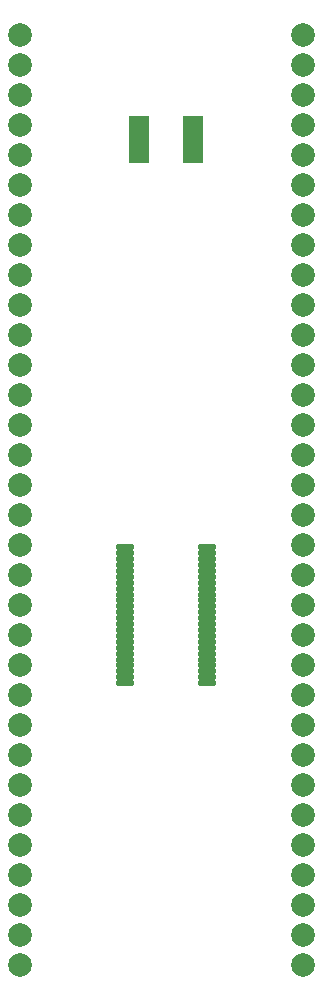
<source format=gts>
G04*
G04 #@! TF.GenerationSoftware,Altium Limited,Altium Designer,23.11.1 (41)*
G04*
G04 Layer_Color=8388736*
%FSLAX44Y44*%
%MOMM*%
G71*
G04*
G04 #@! TF.SameCoordinates,11E07B4A-1F4E-4BC8-8AC4-A4D7A99C9414*
G04*
G04*
G04 #@! TF.FilePolarity,Negative*
G04*
G01*
G75*
%ADD15R,1.7532X0.5532*%
G04:AMPARAMS|DCode=16|XSize=0.5032mm|YSize=1.5732mm|CornerRadius=0.1766mm|HoleSize=0mm|Usage=FLASHONLY|Rotation=90.000|XOffset=0mm|YOffset=0mm|HoleType=Round|Shape=RoundedRectangle|*
%AMROUNDEDRECTD16*
21,1,0.5032,1.2200,0,0,90.0*
21,1,0.1500,1.5732,0,0,90.0*
1,1,0.3532,0.6100,0.0750*
1,1,0.3532,0.6100,-0.0750*
1,1,0.3532,-0.6100,-0.0750*
1,1,0.3532,-0.6100,0.0750*
%
%ADD16ROUNDEDRECTD16*%
%ADD17C,2.0032*%
D15*
X126750Y740130D02*
D03*
Y735130D02*
D03*
Y730130D02*
D03*
Y725130D02*
D03*
Y720130D02*
D03*
Y715130D02*
D03*
Y710130D02*
D03*
Y705130D02*
D03*
X173250Y740130D02*
D03*
Y735130D02*
D03*
Y730130D02*
D03*
Y725130D02*
D03*
Y720130D02*
D03*
Y715130D02*
D03*
Y710130D02*
D03*
Y705130D02*
D03*
D16*
X115000Y377500D02*
D03*
Y372500D02*
D03*
Y367500D02*
D03*
Y362500D02*
D03*
Y357500D02*
D03*
Y352500D02*
D03*
Y347500D02*
D03*
Y342500D02*
D03*
Y337500D02*
D03*
Y332500D02*
D03*
Y327500D02*
D03*
Y322500D02*
D03*
Y317500D02*
D03*
Y312500D02*
D03*
Y307500D02*
D03*
Y302500D02*
D03*
Y297500D02*
D03*
Y292500D02*
D03*
Y287500D02*
D03*
Y282500D02*
D03*
Y277500D02*
D03*
Y272500D02*
D03*
Y267500D02*
D03*
Y262500D02*
D03*
X185000Y377500D02*
D03*
Y372500D02*
D03*
Y367500D02*
D03*
Y362500D02*
D03*
Y357500D02*
D03*
Y352500D02*
D03*
Y347500D02*
D03*
Y342500D02*
D03*
Y337500D02*
D03*
Y332500D02*
D03*
Y327500D02*
D03*
Y322500D02*
D03*
Y317500D02*
D03*
Y312500D02*
D03*
Y307500D02*
D03*
Y302500D02*
D03*
Y297500D02*
D03*
Y292500D02*
D03*
Y287500D02*
D03*
Y282500D02*
D03*
Y277500D02*
D03*
Y272500D02*
D03*
Y267500D02*
D03*
Y262500D02*
D03*
D17*
X266000Y785600D02*
D03*
Y633200D02*
D03*
Y658600D02*
D03*
Y811000D02*
D03*
Y709400D02*
D03*
Y734800D02*
D03*
Y760200D02*
D03*
Y684000D02*
D03*
X26000Y455400D02*
D03*
Y379200D02*
D03*
Y404600D02*
D03*
Y430000D02*
D03*
Y328400D02*
D03*
Y480800D02*
D03*
Y506200D02*
D03*
Y531600D02*
D03*
Y557000D02*
D03*
Y582400D02*
D03*
Y607800D02*
D03*
Y353800D02*
D03*
Y150600D02*
D03*
Y74400D02*
D03*
Y99800D02*
D03*
Y125200D02*
D03*
Y23600D02*
D03*
Y176000D02*
D03*
Y201400D02*
D03*
Y226800D02*
D03*
Y252200D02*
D03*
Y277600D02*
D03*
Y303000D02*
D03*
Y49000D02*
D03*
Y760200D02*
D03*
Y684000D02*
D03*
Y709400D02*
D03*
Y734800D02*
D03*
Y633200D02*
D03*
Y785600D02*
D03*
Y811000D02*
D03*
Y658600D02*
D03*
X266000Y582400D02*
D03*
Y328400D02*
D03*
Y353800D02*
D03*
Y379200D02*
D03*
Y404600D02*
D03*
Y430000D02*
D03*
Y455400D02*
D03*
Y607800D02*
D03*
Y506200D02*
D03*
Y531600D02*
D03*
Y557000D02*
D03*
Y480800D02*
D03*
Y277600D02*
D03*
Y23600D02*
D03*
Y49000D02*
D03*
Y74400D02*
D03*
Y99800D02*
D03*
Y125200D02*
D03*
Y150600D02*
D03*
Y303000D02*
D03*
Y201400D02*
D03*
Y226800D02*
D03*
Y252200D02*
D03*
Y176000D02*
D03*
M02*

</source>
